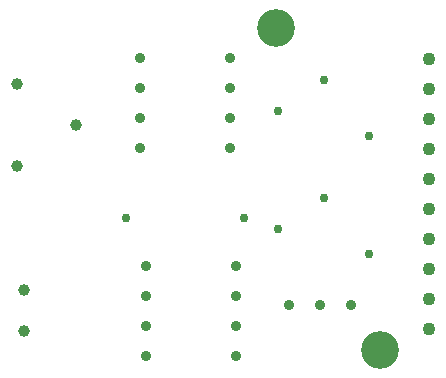
<source format=gbr>
%TF.GenerationSoftware,Altium Limited,Altium Designer,24.10.1 (45)*%
G04 Layer_Color=0*
%FSLAX45Y45*%
%MOMM*%
%TF.SameCoordinates,ACBC47F4-F80E-47A8-B574-4F082A8C8B29*%
%TF.FilePolarity,Positive*%
%TF.FileFunction,Plated,1,2,PTH,Drill*%
%TF.Part,Single*%
G01*
G75*
%TA.AperFunction,OtherDrill,Pad Free-2 (27.686mm,29.972mm)*%
%ADD38C,3.19999*%
%TA.AperFunction,OtherDrill,Pad Free-1 (36.449mm,2.667mm)*%
%ADD39C,3.19999*%
%TA.AperFunction,ComponentDrill*%
%ADD40C,0.75000*%
%ADD41C,0.75000*%
%ADD42C,1.00000*%
%ADD43C,0.90000*%
%ADD44C,0.90000*%
%ADD45C,1.10000*%
D38*
X2768600Y2997200D02*
D03*
D39*
X3644900Y266700D02*
D03*
D40*
X3556000Y2079500D02*
D03*
Y1079500D02*
D03*
X2781300Y2290700D02*
D03*
Y1290700D02*
D03*
X3175000Y1557400D02*
D03*
Y2557400D02*
D03*
D41*
X1493900Y1384300D02*
D03*
X2493900D02*
D03*
D42*
X568500Y2522900D02*
D03*
X1068500Y2172900D02*
D03*
X568500Y1822900D02*
D03*
X635000Y774700D02*
D03*
Y424700D02*
D03*
D43*
X3396900Y647700D02*
D03*
X2876900D02*
D03*
X3136900D02*
D03*
D44*
X1663700Y977900D02*
D03*
Y723900D02*
D03*
Y469900D02*
D03*
Y215900D02*
D03*
X2425700Y977900D02*
D03*
Y723900D02*
D03*
Y469900D02*
D03*
Y215900D02*
D03*
X2374900Y1981200D02*
D03*
Y2235200D02*
D03*
Y2489200D02*
D03*
Y2743200D02*
D03*
X1612900Y1981200D02*
D03*
Y2235200D02*
D03*
Y2489200D02*
D03*
Y2743200D02*
D03*
D45*
X4064000Y952500D02*
D03*
Y1206500D02*
D03*
Y1714500D02*
D03*
Y2222500D02*
D03*
Y2730500D02*
D03*
Y2476500D02*
D03*
Y1968500D02*
D03*
Y1460500D02*
D03*
Y698500D02*
D03*
Y444500D02*
D03*
%TF.MD5,2a399f1ae05d2953e13736c44310c00b*%
M02*

</source>
